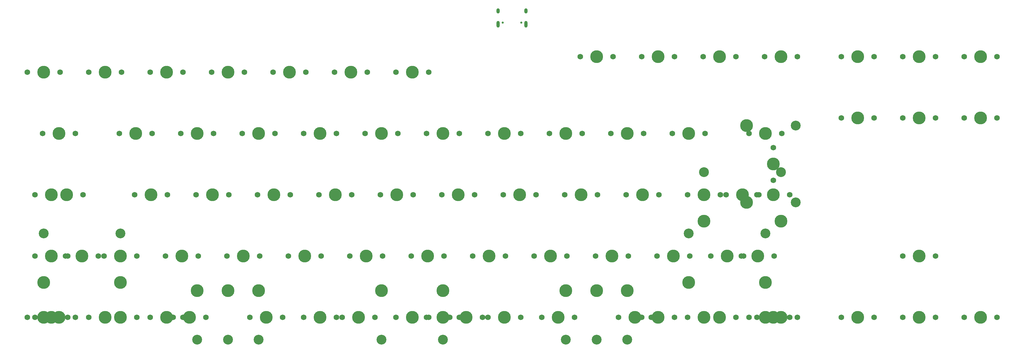
<source format=gbr>
%TF.GenerationSoftware,KiCad,Pcbnew,(6.0.6)*%
%TF.CreationDate,2022-08-29T19:48:57-07:00*%
%TF.ProjectId,2040rmie,32303430-726d-4696-952e-6b696361645f,rev?*%
%TF.SameCoordinates,Original*%
%TF.FileFunction,Soldermask,Top*%
%TF.FilePolarity,Negative*%
%FSLAX46Y46*%
G04 Gerber Fmt 4.6, Leading zero omitted, Abs format (unit mm)*
G04 Created by KiCad (PCBNEW (6.0.6)) date 2022-08-29 19:48:57*
%MOMM*%
%LPD*%
G01*
G04 APERTURE LIST*
%ADD10C,1.750000*%
%ADD11C,3.987800*%
%ADD12C,3.048000*%
%ADD13C,0.650000*%
%ADD14O,1.000000X1.600000*%
%ADD15O,1.000000X2.100000*%
G04 APERTURE END LIST*
D10*
%TO.C,MX3-B0*%
X62301250Y-122150000D03*
D11*
X67381250Y-122150000D03*
D10*
X72461250Y-122150000D03*
%TD*%
D11*
%TO.C,MX4-7_2*%
X188825000Y-141200000D03*
D10*
X183745000Y-141200000D03*
X193905000Y-141200000D03*
%TD*%
%TO.C,MX3-2*%
X102782500Y-122150000D03*
D11*
X107862500Y-122150000D03*
D10*
X112942500Y-122150000D03*
%TD*%
%TO.C,MX3-13*%
X341542500Y-122150000D03*
X331382500Y-122150000D03*
D11*
X336462500Y-122150000D03*
%TD*%
%TO.C,ST-2_0*%
X226925000Y-132945000D03*
D12*
X226925000Y-148185000D03*
X131675000Y-148185000D03*
D11*
X131675000Y-132945000D03*
%TD*%
D10*
%TO.C,MX0-8*%
X241530000Y-60237500D03*
D11*
X236450000Y-60237500D03*
D10*
X231370000Y-60237500D03*
%TD*%
D11*
%TO.C,MX4-0_1*%
X69762500Y-141200000D03*
D10*
X74842500Y-141200000D03*
X64682500Y-141200000D03*
%TD*%
D11*
%TO.C,MX4-0_2*%
X67381250Y-141200000D03*
D10*
X72461250Y-141200000D03*
X62301250Y-141200000D03*
%TD*%
%TO.C,MX2-10*%
X274867500Y-103100000D03*
D11*
X269787500Y-103100000D03*
D10*
X264707500Y-103100000D03*
%TD*%
%TO.C,MX4-7_4*%
X201048750Y-141200000D03*
D11*
X195968750Y-141200000D03*
D10*
X190888750Y-141200000D03*
%TD*%
%TO.C,MX1-7*%
X212955000Y-84050000D03*
X202795000Y-84050000D03*
D11*
X207875000Y-84050000D03*
%TD*%
D10*
%TO.C,MX0-14*%
X360592500Y-60237500D03*
D11*
X355512500Y-60237500D03*
D10*
X350432500Y-60237500D03*
%TD*%
%TO.C,MX4-4_4*%
X167711250Y-141200000D03*
D11*
X162631250Y-141200000D03*
D10*
X157551250Y-141200000D03*
%TD*%
D11*
%TO.C,MX0-2*%
X103100000Y-65000000D03*
D10*
X98020000Y-65000000D03*
X108180000Y-65000000D03*
%TD*%
D12*
%TO.C,ST-B1*%
X65000000Y-115165000D03*
X88812500Y-115165000D03*
D11*
X88812500Y-130405000D03*
X65000000Y-130405000D03*
%TD*%
D10*
%TO.C,MX0-13*%
X331382500Y-60237500D03*
D11*
X336462500Y-60237500D03*
D10*
X341542500Y-60237500D03*
%TD*%
D11*
%TO.C,MX0-3*%
X122150000Y-65000000D03*
D10*
X127230000Y-65000000D03*
X117070000Y-65000000D03*
%TD*%
D11*
%TO.C,MX0-9*%
X255500000Y-60237500D03*
D10*
X260580000Y-60237500D03*
X250420000Y-60237500D03*
%TD*%
%TO.C,MX4-10_0*%
X269470000Y-141200000D03*
X279630000Y-141200000D03*
D11*
X274550000Y-141200000D03*
%TD*%
D10*
%TO.C,MX1-14*%
X350432500Y-79287500D03*
D11*
X355512500Y-79287500D03*
D10*
X360592500Y-79287500D03*
%TD*%
%TO.C,MX3-3*%
X121832500Y-122150000D03*
X131992500Y-122150000D03*
D11*
X126912500Y-122150000D03*
%TD*%
%TO.C,ST-A2*%
X282963750Y-81668750D03*
D12*
X298203750Y-105481250D03*
X298203750Y-81668750D03*
D11*
X282963750Y-105481250D03*
%TD*%
D12*
%TO.C,ST-3_0*%
X169775000Y-148185000D03*
D11*
X131675000Y-132945000D03*
X169775000Y-132945000D03*
D12*
X131675000Y-148185000D03*
%TD*%
D11*
%TO.C,MX1-8*%
X226925000Y-84050000D03*
D10*
X232005000Y-84050000D03*
X221845000Y-84050000D03*
%TD*%
%TO.C,MX1-13*%
X331382500Y-79287500D03*
X341542500Y-79287500D03*
D11*
X336462500Y-79287500D03*
%TD*%
D10*
%TO.C,MX1-6*%
X183745000Y-84050000D03*
D11*
X188825000Y-84050000D03*
D10*
X193905000Y-84050000D03*
%TD*%
D11*
%TO.C,MX4-1_2*%
X88812500Y-141200000D03*
D10*
X83732500Y-141200000D03*
X93892500Y-141200000D03*
%TD*%
D11*
%TO.C,ST-3_1*%
X226925000Y-132945000D03*
X188825000Y-132945000D03*
D12*
X188825000Y-148185000D03*
X226925000Y-148185000D03*
%TD*%
D10*
%TO.C,MX4-4_0*%
X184380000Y-141200000D03*
D11*
X179300000Y-141200000D03*
D10*
X174220000Y-141200000D03*
%TD*%
D12*
%TO.C,ST-C1*%
X265025000Y-115165000D03*
D11*
X288837500Y-130405000D03*
X265025000Y-130405000D03*
D12*
X288837500Y-115165000D03*
%TD*%
D10*
%TO.C,MX2-A11*%
X276613750Y-103100000D03*
D11*
X281693750Y-103100000D03*
D10*
X286773750Y-103100000D03*
%TD*%
%TO.C,MX3-10*%
X255182500Y-122150000D03*
D11*
X260262500Y-122150000D03*
D10*
X265342500Y-122150000D03*
%TD*%
D11*
%TO.C,MX2-1*%
X98337500Y-103100000D03*
D10*
X103417500Y-103100000D03*
X93257500Y-103100000D03*
%TD*%
D11*
%TO.C,MX1-4*%
X150725000Y-84050000D03*
D10*
X155805000Y-84050000D03*
X145645000Y-84050000D03*
%TD*%
D12*
%TO.C,ST-0_0*%
X236450000Y-148185000D03*
X122150000Y-148185000D03*
D11*
X236450000Y-132945000D03*
X122150000Y-132945000D03*
%TD*%
D10*
%TO.C,MX4-3_4*%
X128976250Y-141200000D03*
D11*
X134056250Y-141200000D03*
D10*
X139136250Y-141200000D03*
%TD*%
%TO.C,MX3-9*%
X246292500Y-122150000D03*
X236132500Y-122150000D03*
D11*
X241212500Y-122150000D03*
%TD*%
%TO.C,MX4-2_2*%
X110243750Y-141200000D03*
D10*
X115323750Y-141200000D03*
X105163750Y-141200000D03*
%TD*%
%TO.C,MX1-12*%
X322492500Y-79287500D03*
D11*
X317412500Y-79287500D03*
D10*
X312332500Y-79287500D03*
%TD*%
D11*
%TO.C,MX3-A11*%
X276931250Y-122150000D03*
D10*
X282011250Y-122150000D03*
X271851250Y-122150000D03*
%TD*%
D11*
%TO.C,MX2-8*%
X231687500Y-103100000D03*
D10*
X226607500Y-103100000D03*
X236767500Y-103100000D03*
%TD*%
%TO.C,MX2-5*%
X169457500Y-103100000D03*
X179617500Y-103100000D03*
D11*
X174537500Y-103100000D03*
%TD*%
D10*
%TO.C,MX2-3*%
X131357500Y-103100000D03*
X141517500Y-103100000D03*
D11*
X136437500Y-103100000D03*
%TD*%
D10*
%TO.C,MX3-8*%
X227242500Y-122150000D03*
D11*
X222162500Y-122150000D03*
D10*
X217082500Y-122150000D03*
%TD*%
D11*
%TO.C,MX1-11*%
X288837500Y-84050000D03*
D10*
X293917500Y-84050000D03*
X283757500Y-84050000D03*
%TD*%
%TO.C,MX4-13*%
X341542500Y-141200000D03*
D11*
X336462500Y-141200000D03*
D10*
X331382500Y-141200000D03*
%TD*%
%TO.C,MX1-1*%
X88495000Y-84050000D03*
D11*
X93575000Y-84050000D03*
D10*
X98655000Y-84050000D03*
%TD*%
%TO.C,MX3-4*%
X151042500Y-122150000D03*
D11*
X145962500Y-122150000D03*
D10*
X140882500Y-122150000D03*
%TD*%
%TO.C,MX3-5*%
X170092500Y-122150000D03*
D11*
X165012500Y-122150000D03*
D10*
X159932500Y-122150000D03*
%TD*%
D11*
%TO.C,MX0-12*%
X317412500Y-60237500D03*
D10*
X322492500Y-60237500D03*
X312332500Y-60237500D03*
%TD*%
%TO.C,MX2-C11*%
X291218750Y-88495000D03*
D11*
X291218750Y-93575000D03*
D10*
X291218750Y-98655000D03*
%TD*%
D11*
%TO.C,MX4-9_2*%
X248356250Y-141200000D03*
D10*
X243276250Y-141200000D03*
X253436250Y-141200000D03*
%TD*%
%TO.C,MX4-4_3*%
X145645000Y-141200000D03*
D11*
X150725000Y-141200000D03*
D10*
X155805000Y-141200000D03*
%TD*%
D11*
%TO.C,ST-1_0*%
X112625000Y-132945000D03*
D12*
X245975000Y-148185000D03*
X112625000Y-148185000D03*
D11*
X245975000Y-132945000D03*
%TD*%
D10*
%TO.C,MX1-2*%
X107545000Y-84050000D03*
D11*
X112625000Y-84050000D03*
D10*
X117705000Y-84050000D03*
%TD*%
D11*
%TO.C,MX1-10*%
X265025000Y-84050000D03*
D10*
X259945000Y-84050000D03*
X270105000Y-84050000D03*
%TD*%
D11*
%TO.C,MX4-2_0*%
X103100000Y-141200000D03*
D10*
X98020000Y-141200000D03*
X108180000Y-141200000D03*
%TD*%
%TO.C,MX1-3*%
X126595000Y-84050000D03*
D11*
X131675000Y-84050000D03*
D10*
X136755000Y-84050000D03*
%TD*%
%TO.C,MX4-12*%
X312332500Y-141200000D03*
D11*
X317412500Y-141200000D03*
D10*
X322492500Y-141200000D03*
%TD*%
%TO.C,MX1-5*%
X164695000Y-84050000D03*
D11*
X169775000Y-84050000D03*
D10*
X174855000Y-84050000D03*
%TD*%
%TO.C,MX2-6*%
X188507500Y-103100000D03*
D11*
X193587500Y-103100000D03*
D10*
X198667500Y-103100000D03*
%TD*%
%TO.C,MX4-11_2*%
X286138750Y-141200000D03*
X296298750Y-141200000D03*
D11*
X291218750Y-141200000D03*
%TD*%
D10*
%TO.C,MX4-8_4*%
X229623750Y-141200000D03*
D11*
X224543750Y-141200000D03*
D10*
X219463750Y-141200000D03*
%TD*%
%TO.C,MX2-7*%
X217717500Y-103100000D03*
D11*
X212637500Y-103100000D03*
D10*
X207557500Y-103100000D03*
%TD*%
%TO.C,MX2-9*%
X255817500Y-103100000D03*
D11*
X250737500Y-103100000D03*
D10*
X245657500Y-103100000D03*
%TD*%
%TO.C,MX3-B11*%
X281376250Y-122150000D03*
X291536250Y-122150000D03*
D11*
X286456250Y-122150000D03*
%TD*%
%TO.C,MX4-11_0*%
X293600000Y-141200000D03*
D10*
X298680000Y-141200000D03*
X288520000Y-141200000D03*
%TD*%
%TO.C,MX4-1_0*%
X78970000Y-141200000D03*
X89130000Y-141200000D03*
D11*
X84050000Y-141200000D03*
%TD*%
D10*
%TO.C,MX4-10_2*%
X264707500Y-141200000D03*
D11*
X269787500Y-141200000D03*
D10*
X274867500Y-141200000D03*
%TD*%
D11*
%TO.C,ST-A1*%
X269787500Y-111355000D03*
X293600000Y-111355000D03*
D12*
X293600000Y-96115000D03*
X269787500Y-96115000D03*
%TD*%
D11*
%TO.C,MX0-5*%
X160250000Y-65000000D03*
D10*
X165330000Y-65000000D03*
X155170000Y-65000000D03*
%TD*%
%TO.C,MX4-11_1*%
X283757500Y-141200000D03*
D11*
X288837500Y-141200000D03*
D10*
X293917500Y-141200000D03*
%TD*%
%TO.C,MX0-1*%
X89130000Y-65000000D03*
D11*
X84050000Y-65000000D03*
D10*
X78970000Y-65000000D03*
%TD*%
%TO.C,MX3-1*%
X93892500Y-122150000D03*
X83732500Y-122150000D03*
D11*
X88812500Y-122150000D03*
%TD*%
D10*
%TO.C,MX3-7*%
X208192500Y-122150000D03*
D11*
X203112500Y-122150000D03*
D10*
X198032500Y-122150000D03*
%TD*%
%TO.C,MX0-6*%
X174220000Y-65000000D03*
X184380000Y-65000000D03*
D11*
X179300000Y-65000000D03*
%TD*%
D10*
%TO.C,MX2-B0*%
X62301250Y-103100000D03*
D11*
X67381250Y-103100000D03*
D10*
X72461250Y-103100000D03*
%TD*%
D11*
%TO.C,MX4-9_0*%
X255500000Y-141200000D03*
D10*
X260580000Y-141200000D03*
X250420000Y-141200000D03*
%TD*%
D11*
%TO.C,MX4-0_0*%
X65000000Y-141200000D03*
D10*
X59920000Y-141200000D03*
X70080000Y-141200000D03*
%TD*%
%TO.C,MX2-2*%
X112307500Y-103100000D03*
D11*
X117387500Y-103100000D03*
D10*
X122467500Y-103100000D03*
%TD*%
D11*
%TO.C,MX0-11*%
X293600000Y-60237500D03*
D10*
X288520000Y-60237500D03*
X298680000Y-60237500D03*
%TD*%
%TO.C,MX1-9*%
X251055000Y-84050000D03*
D11*
X245975000Y-84050000D03*
D10*
X240895000Y-84050000D03*
%TD*%
%TO.C,MX2-4*%
X160567500Y-103100000D03*
X150407500Y-103100000D03*
D11*
X155487500Y-103100000D03*
%TD*%
D10*
%TO.C,MX4-14*%
X360592500Y-141200000D03*
D11*
X355512500Y-141200000D03*
D10*
X350432500Y-141200000D03*
%TD*%
D11*
%TO.C,MX1-0*%
X69762500Y-84050000D03*
D10*
X74842500Y-84050000D03*
X64682500Y-84050000D03*
%TD*%
%TO.C,MX2-A0*%
X77223750Y-103100000D03*
D11*
X72143750Y-103100000D03*
D10*
X67063750Y-103100000D03*
%TD*%
%TO.C,MX3-A0*%
X81986250Y-122150000D03*
X71826250Y-122150000D03*
D11*
X76906250Y-122150000D03*
%TD*%
D10*
%TO.C,MX3-6*%
X178982500Y-122150000D03*
X189142500Y-122150000D03*
D11*
X184062500Y-122150000D03*
%TD*%
D10*
%TO.C,MX4-7_3*%
X212955000Y-141200000D03*
X202795000Y-141200000D03*
D11*
X207875000Y-141200000D03*
%TD*%
%TO.C,MX2-B11*%
X291218750Y-103100000D03*
D10*
X286138750Y-103100000D03*
X296298750Y-103100000D03*
%TD*%
D11*
%TO.C,MX0-0*%
X65000000Y-65000000D03*
D10*
X70080000Y-65000000D03*
X59920000Y-65000000D03*
%TD*%
%TO.C,MX0-10*%
X279630000Y-60237500D03*
X269470000Y-60237500D03*
D11*
X274550000Y-60237500D03*
%TD*%
%TO.C,MX0-4*%
X141200000Y-65000000D03*
D10*
X136120000Y-65000000D03*
X146280000Y-65000000D03*
%TD*%
D13*
%TO.C,USB1*%
X213138750Y-49612500D03*
X207358750Y-49612500D03*
D14*
X214568750Y-45962500D03*
D15*
X214568750Y-50142500D03*
X205928750Y-50142500D03*
D14*
X205928750Y-45962500D03*
%TD*%
M02*

</source>
